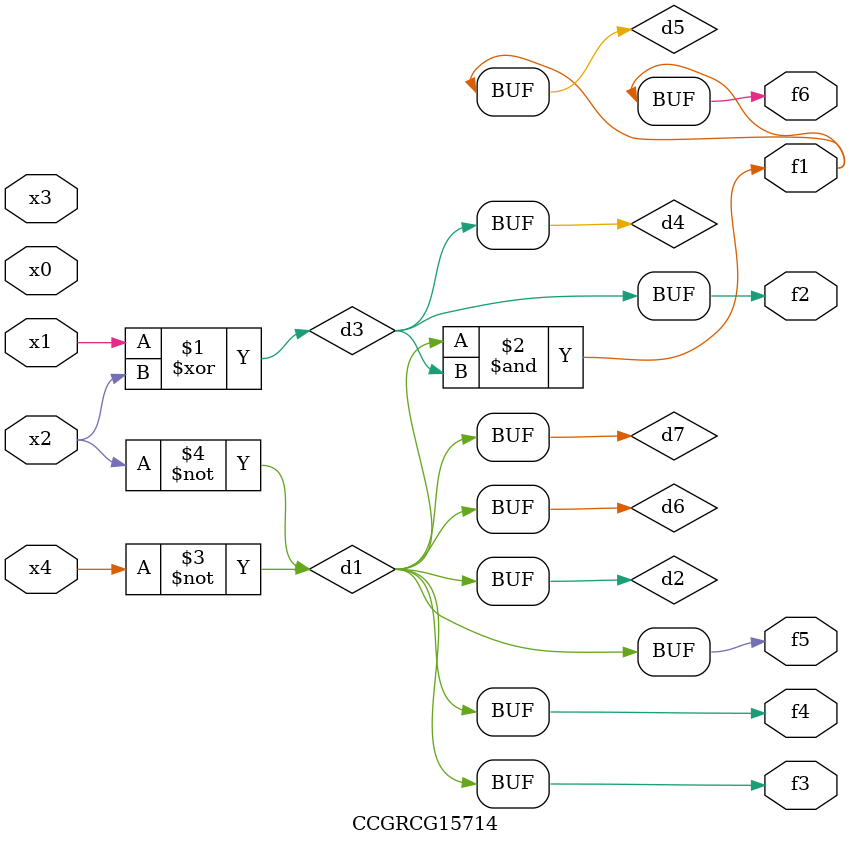
<source format=v>
module CCGRCG15714(
	input x0, x1, x2, x3, x4,
	output f1, f2, f3, f4, f5, f6
);

	wire d1, d2, d3, d4, d5, d6, d7;

	not (d1, x4);
	not (d2, x2);
	xor (d3, x1, x2);
	buf (d4, d3);
	and (d5, d1, d3);
	buf (d6, d1, d2);
	buf (d7, d2);
	assign f1 = d5;
	assign f2 = d4;
	assign f3 = d7;
	assign f4 = d7;
	assign f5 = d7;
	assign f6 = d5;
endmodule

</source>
